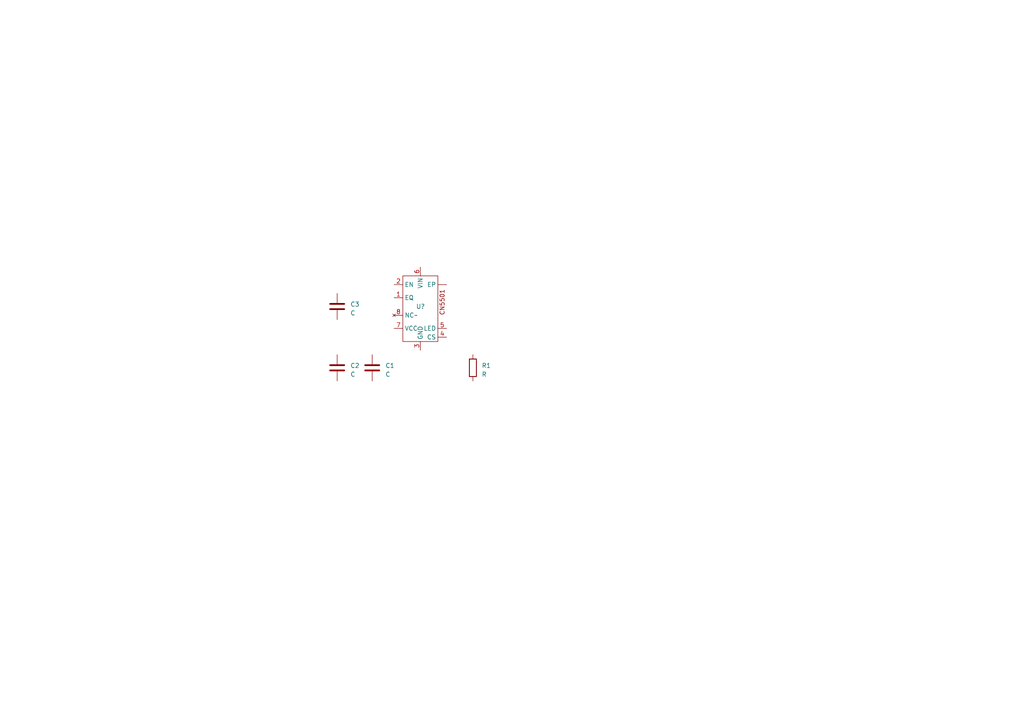
<source format=kicad_sch>
(kicad_sch (version 20230121) (generator eeschema)
  (paper "A4")
  (lib_symbols
    (symbol "1_meins:CN5501"
      (property "Reference" "U" (at 0 0 0))
      (symbol "CN5501_0_1"
        (rectangle (start -5.08 8.89) (end 5.08 -10.16))
      )
      (symbol "CN5501_1_1"
        (text "CN5501" (at 6.35 1.27 900) (effects (font (size 1.27 1.27))))
        (pin power_in line (at 7.62 6.35 180) (length 2.54) (name "EP") (number ""))
        (pin bidirectional line (at -7.62 2.54 0) (length 2.54) (name "EQ") (number "1"))
        (pin input line (at -7.62 6.35 0) (length 2.54) (name "EN") (number "2"))
        (pin power_in line (at 0 -12.7 90) (length 2.54) (name "GND") (number "3"))
        (pin input line (at 7.62 -8.89 180) (length 2.54) (name "CS") (number "4"))
        (pin power_out line (at 7.62 -6.35 180) (length 2.54) (name "LED") (number "5"))
        (pin power_in line (at 0 11.43 270) (length 2.54) (name "VIN") (number "6"))
        (pin power_out line (at -7.62 -6.35 0) (length 2.54) (name "VCC") (number "7"))
        (pin no_connect line (at -7.62 -2.54 0) (length 2.54) (name "NC") (number "8"))
      )
    )
    (symbol "Device:C" (pin_numbers hide) (pin_names (offset 0.254))
      (property "Reference" "C" (at 0.635 2.54 0))
      (property "Value" "C" (at 0.635 -2.54 0))
      (symbol "C_0_1"
        (polyline (pts (xy -2.032 -0.762) (xy 2.032 -0.762)) (stroke (width 0.508)))
        (polyline (pts (xy -2.032 0.762) (xy 2.032 0.762)) (stroke (width 0.508)))
      )
      (symbol "C_1_1"
        (pin passive line (at 0 3.81 270) (length 2.794) (name "~") (number "1"))
        (pin passive line (at 0 -3.81 90) (length 2.794) (name "~") (number "2"))
      )
    )
    (symbol "Device:R" (pin_numbers hide) (pin_names (offset 0))
      (property "Reference" "R" (at 2.032 0 90))
      (property "Value" "R" (at 0 0 90))
      (symbol "R_0_1"
        (rectangle (start -1.016 -2.54) (end 1.016 2.54) (stroke (width 0.254)))
      )
      (symbol "R_1_1"
        (pin passive line (at 0 3.81 270) (length 1.27) (name "~") (number "1"))
        (pin passive line (at 0 -3.81 90) (length 1.27) (name "~") (number "2"))
      )
    )
  )
  (symbol (lib_id "Device:C") (at 107.95 106.68 0) (unit 1)
    (property "Reference" "C1" (at 111.76 106.045 0) (effects (justify left)))
    (property "Value" "C" (at 111.76 108.585 0) (effects (justify left)))
  )
  (symbol (lib_id "1_meins:CN5501") (at 121.92 88.9 0) (unit 1)
    (property "Reference" "U?" (at 120.65 88.9 0) (effects (justify left)))
    (property "Value" "~" (at 120.65 91.44 0))
    (instances (project "UV_LED" (path "" (reference "U?") (unit 1)) (path "" (reference "U1") (unit 1))))
  )
  (symbol (lib_id "Device:C") (at 97.79 88.9 0) (unit 1)
    (property "Reference" "C3" (at 101.6 88.265 0) (effects (justify left)))
    (property "Value" "C" (at 101.6 90.805 0) (effects (justify left)))
  )
  (symbol (lib_id "Device:C") (at 97.79 106.68 0) (unit 1)
    (property "Reference" "C2" (at 101.6 106.045 0) (effects (justify left)))
    (property "Value" "C" (at 101.6 108.585 0) (effects (justify left)))
  )
  (symbol (lib_id "Device:R") (at 137.16 106.68 0) (unit 1)
    (property "Reference" "R1" (at 139.7 106.045 0) (effects (justify left)))
    (property "Value" "R" (at 139.7 108.585 0) (effects (justify left)))
  )
)
</source>
